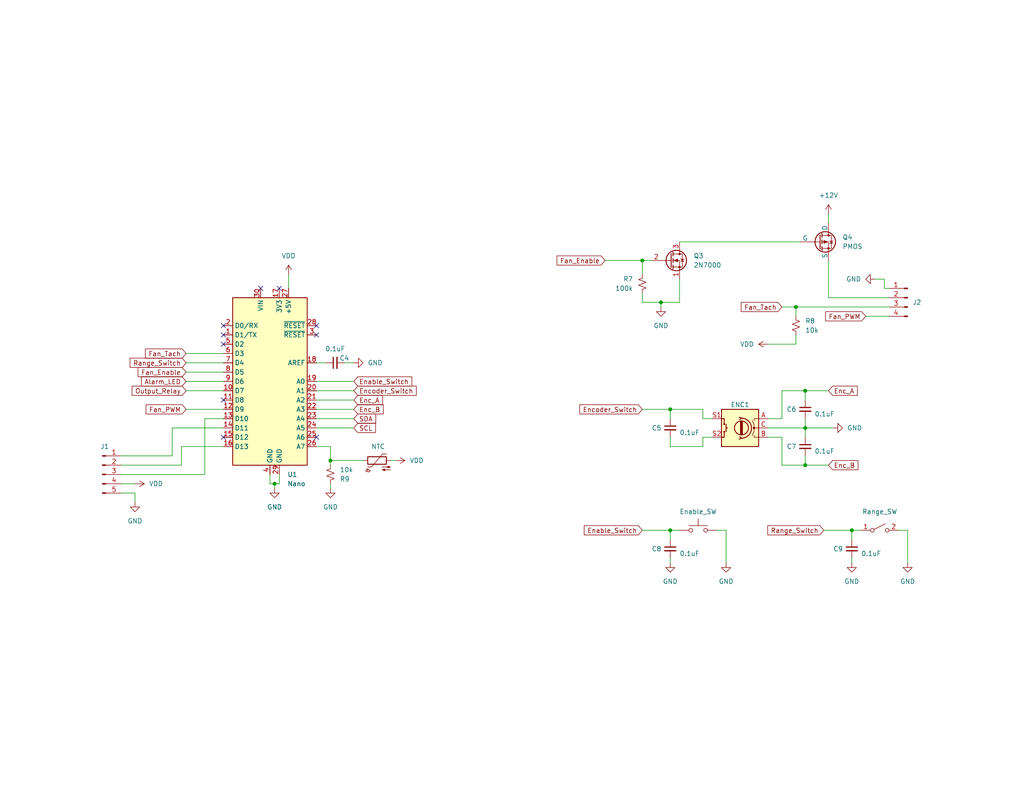
<source format=kicad_sch>
(kicad_sch (version 20230121) (generator eeschema)
  (paper "USLetter")
  (title_block (title "Dummy Load V2") (rev "1"))
  (lib_symbols
    (symbol "Connector:Conn_01x04_Pin" (pin_names (offset 1.016) hide)
      (property "Reference" "J" (at 0 5.08 0))
      (property "Value" "Conn_01x04_Pin" (at 0 -7.62 0))
      (symbol "Conn_01x04_Pin_1_1"
        (polyline (pts (xy 1.27 -5.08) (xy 0.8636 -5.08)) (stroke (width 0.1524)))
        (polyline (pts (xy 1.27 -2.54) (xy 0.8636 -2.54)) (stroke (width 0.1524)))
        (polyline (pts (xy 1.27 0) (xy 0.8636 0)) (stroke (width 0.1524)))
        (polyline (pts (xy 1.27 2.54) (xy 0.8636 2.54)) (stroke (width 0.1524)))
        (rectangle (start 0.8636 -4.953) (end 0 -5.207) (stroke (width 0.1524)) (fill (type outline)))
        (rectangle (start 0.8636 -2.413) (end 0 -2.667) (stroke (width 0.1524)) (fill (type outline)))
        (rectangle (start 0.8636 0.127) (end 0 -0.127) (stroke (width 0.1524)) (fill (type outline)))
        (rectangle (start 0.8636 2.667) (end 0 2.413) (stroke (width 0.1524)) (fill (type outline)))
        (pin passive line (at 5.08 2.54 180) (length 3.81) (name "Pin_1") (number "1"))
        (pin passive line (at 5.08 0 180) (length 3.81) (name "Pin_2") (number "2"))
        (pin passive line (at 5.08 -2.54 180) (length 3.81) (name "Pin_3") (number "3"))
        (pin passive line (at 5.08 -5.08 180) (length 3.81) (name "Pin_4") (number "4"))
      )
    )
    (symbol "Connector:Conn_01x05_Pin" (pin_names (offset 1.016) hide)
      (property "Reference" "J" (at 0 7.62 0))
      (property "Value" "Conn_01x05_Pin" (at 0 -7.62 0))
      (symbol "Conn_01x05_Pin_1_1"
        (polyline (pts (xy 1.27 -5.08) (xy 0.8636 -5.08)) (stroke (width 0.1524)))
        (polyline (pts (xy 1.27 -2.54) (xy 0.8636 -2.54)) (stroke (width 0.1524)))
        (polyline (pts (xy 1.27 0) (xy 0.8636 0)) (stroke (width 0.1524)))
        (polyline (pts (xy 1.27 2.54) (xy 0.8636 2.54)) (stroke (width 0.1524)))
        (polyline (pts (xy 1.27 5.08) (xy 0.8636 5.08)) (stroke (width 0.1524)))
        (rectangle (start 0.8636 -4.953) (end 0 -5.207) (stroke (width 0.1524)) (fill (type outline)))
        (rectangle (start 0.8636 -2.413) (end 0 -2.667) (stroke (width 0.1524)) (fill (type outline)))
        (rectangle (start 0.8636 0.127) (end 0 -0.127) (stroke (width 0.1524)) (fill (type outline)))
        (rectangle (start 0.8636 2.667) (end 0 2.413) (stroke (width 0.1524)) (fill (type outline)))
        (rectangle (start 0.8636 5.207) (end 0 4.953) (stroke (width 0.1524)) (fill (type outline)))
        (pin passive line (at 5.08 5.08 180) (length 3.81) (name "Pin_1") (number "1"))
        (pin passive line (at 5.08 2.54 180) (length 3.81) (name "Pin_2") (number "2"))
        (pin passive line (at 5.08 0 180) (length 3.81) (name "Pin_3") (number "3"))
        (pin passive line (at 5.08 -2.54 180) (length 3.81) (name "Pin_4") (number "4"))
        (pin passive line (at 5.08 -5.08 180) (length 3.81) (name "Pin_5") (number "5"))
      )
    )
    (symbol "Device:C_Small" (pin_numbers hide) (pin_names (offset 0.254) hide)
      (property "Reference" "C" (at 0.254 1.778 0))
      (property "Value" "C_Small" (at 0.254 -2.032 0))
      (symbol "C_Small_0_1"
        (polyline (pts (xy -1.524 -0.508) (xy 1.524 -0.508)) (stroke (width 0.3302)))
        (polyline (pts (xy -1.524 0.508) (xy 1.524 0.508)) (stroke (width 0.3048)))
      )
      (symbol "C_Small_1_1"
        (pin passive line (at 0 2.54 270) (length 2.032) (name "~") (number "1"))
        (pin passive line (at 0 -2.54 90) (length 2.032) (name "~") (number "2"))
      )
    )
    (symbol "Device:R_Small_US" (pin_numbers hide) (pin_names (offset 0.254) hide)
      (property "Reference" "R" (at 0.762 0.508 0))
      (property "Value" "R_Small_US" (at 0.762 -1.016 0))
      (symbol "R_Small_US_1_1"
        (polyline (pts (xy 0 0) (xy 1.016 -0.381) (xy 0 -0.762) (xy -1.016 -1.143) (xy 0 -1.524)))
        (polyline (pts (xy 0 1.524) (xy 1.016 1.143) (xy 0 0.762) (xy -1.016 0.381) (xy 0 0)))
        (pin passive line (at 0 2.54 270) (length 1.016) (name "~") (number "1"))
        (pin passive line (at 0 -2.54 90) (length 1.016) (name "~") (number "2"))
      )
    )
    (symbol "Device:RotaryEncoder_Switch" (pin_names (offset 0.254) hide)
      (property "Reference" "SW" (at 0 6.604 0))
      (property "Value" "RotaryEncoder_Switch" (at 0 -6.604 0))
      (symbol "RotaryEncoder_Switch_0_1"
        (rectangle (start -5.08 5.08) (end 5.08 -5.08) (stroke (width 0.254)) (fill (type background)))
        (circle (center -3.81 0) (radius 0.254) (fill (type outline)))
        (circle (center -0.381 0) (radius 1.905) (stroke (width 0.254)))
        (arc (start -0.381 2.667) (mid -3.0988 -0.0635) (end -0.381 -2.794) (stroke (width 0.254)))
        (polyline (pts (xy -0.635 -1.778) (xy -0.635 1.778)) (stroke (width 0.254)))
        (polyline (pts (xy -0.381 -1.778) (xy -0.381 1.778)) (stroke (width 0.254)))
        (polyline (pts (xy -0.127 1.778) (xy -0.127 -1.778)) (stroke (width 0.254)))
        (polyline (pts (xy 3.81 0) (xy 3.429 0)) (stroke (width 0.254)))
        (polyline (pts (xy 3.81 1.016) (xy 3.81 -1.016)) (stroke (width 0.254)))
        (polyline (pts (xy -5.08 -2.54) (xy -3.81 -2.54) (xy -3.81 -2.032)))
        (polyline (pts (xy -5.08 2.54) (xy -3.81 2.54) (xy -3.81 2.032)))
        (polyline (pts (xy 0.254 -3.048) (xy -0.508 -2.794) (xy 0.127 -2.413)) (stroke (width 0.254)))
        (polyline (pts (xy 0.254 2.921) (xy -0.508 2.667) (xy 0.127 2.286)) (stroke (width 0.254)))
        (polyline (pts (xy 5.08 -2.54) (xy 4.318 -2.54) (xy 4.318 -1.016)) (stroke (width 0.254)))
        (polyline (pts (xy 5.08 2.54) (xy 4.318 2.54) (xy 4.318 1.016)) (stroke (width 0.254)))
        (polyline (pts (xy -5.08 0) (xy -3.81 0) (xy -3.81 -1.016) (xy -3.302 -2.032)))
        (polyline (pts (xy -4.318 0) (xy -3.81 0) (xy -3.81 1.016) (xy -3.302 2.032)))
        (circle (center 4.318 -1.016) (radius 0.127) (stroke (width 0.254)))
        (circle (center 4.318 1.016) (radius 0.127) (stroke (width 0.254)))
      )
      (symbol "RotaryEncoder_Switch_1_1"
        (pin passive line (at -7.62 2.54 0) (length 2.54) (name "A") (number "A"))
        (pin passive line (at -7.62 -2.54 0) (length 2.54) (name "B") (number "B"))
        (pin passive line (at -7.62 0 0) (length 2.54) (name "C") (number "C"))
        (pin passive line (at 7.62 2.54 180) (length 2.54) (name "S1") (number "S1"))
        (pin passive line (at 7.62 -2.54 180) (length 2.54) (name "S2") (number "S2"))
      )
    )
    (symbol "Device:Thermistor_NTC" (pin_numbers hide) (pin_names (offset 0))
      (property "Reference" "TH" (at -4.445 0 90))
      (property "Value" "Thermistor_NTC" (at 3.175 0 90))
      (symbol "Thermistor_NTC_0_1"
        (arc (start -3.048 2.159) (mid -3.0495 2.3143) (end -3.175 2.413))
        (arc (start -3.048 2.159) (mid -2.9736 1.9794) (end -2.794 1.905))
        (arc (start -3.048 2.794) (mid -2.9736 2.6144) (end -2.794 2.54))
        (arc (start -2.794 1.905) (mid -2.6144 1.9794) (end -2.54 2.159))
        (arc (start -2.794 2.54) (mid -2.4393 2.5587) (end -2.159 2.794))
        (arc (start -2.794 3.048) (mid -2.9736 2.9736) (end -3.048 2.794))
        (arc (start -2.54 2.794) (mid -2.6144 2.9736) (end -2.794 3.048))
        (rectangle (start -1.016 2.54) (end 1.016 -2.54) (stroke (width 0.254)))
        (polyline (pts (xy -2.54 2.159) (xy -2.54 2.794)))
        (polyline (pts (xy -1.778 2.54) (xy -1.778 1.524) (xy 1.778 -1.524) (xy 1.778 -2.54)))
        (polyline (pts (xy -2.54 -3.683) (xy -2.54 -1.397) (xy -2.794 -2.159) (xy -2.286 -2.159) (xy -2.54 -1.397) (xy -2.54 -1.651)) (fill (type outline)))
        (polyline (pts (xy -1.778 -1.397) (xy -1.778 -3.683) (xy -2.032 -2.921) (xy -1.524 -2.921) (xy -1.778 -3.683) (xy -1.778 -3.429)) (fill (type outline)))
      )
      (symbol "Thermistor_NTC_1_1"
        (pin passive line (at 0 3.81 270) (length 1.27) (name "~") (number "1"))
        (pin passive line (at 0 -3.81 90) (length 1.27) (name "~") (number "2"))
      )
    )
    (symbol "MCU_Module:Arduino_Nano_v2.x"
      (property "Reference" "A" (at -10.16 23.495 0))
      (property "Value" "Arduino_Nano_v2.x" (at 5.08 -24.13 0))
      (symbol "Arduino_Nano_v2.x_0_1"
        (rectangle (start -10.16 22.86) (end 10.16 -22.86) (stroke (width 0.254)) (fill (type background)))
      )
      (symbol "Arduino_Nano_v2.x_1_1"
        (pin bidirectional line (at -12.7 12.7 0) (length 2.54) (name "D1/TX") (number "1"))
        (pin bidirectional line (at -12.7 -2.54 0) (length 2.54) (name "D7") (number "10"))
        (pin bidirectional line (at -12.7 -5.08 0) (length 2.54) (name "D8") (number "11"))
        (pin bidirectional line (at -12.7 -7.62 0) (length 2.54) (name "D9") (number "12"))
        (pin bidirectional line (at -12.7 -10.16 0) (length 2.54) (name "D10") (number "13"))
        (pin bidirectional line (at -12.7 -12.7 0) (length 2.54) (name "D11") (number "14"))
        (pin bidirectional line (at -12.7 -15.24 0) (length 2.54) (name "D12") (number "15"))
        (pin bidirectional line (at -12.7 -17.78 0) (length 2.54) (name "D13") (number "16"))
        (pin power_out line (at 2.54 25.4 270) (length 2.54) (name "3V3") (number "17"))
        (pin input line (at 12.7 5.08 180) (length 2.54) (name "AREF") (number "18"))
        (pin bidirectional line (at 12.7 0 180) (length 2.54) (name "A0") (number "19"))
        (pin bidirectional line (at -12.7 15.24 0) (length 2.54) (name "D0/RX") (number "2"))
        (pin bidirectional line (at 12.7 -2.54 180) (length 2.54) (name "A1") (number "20"))
        (pin bidirectional line (at 12.7 -5.08 180) (length 2.54) (name "A2") (number "21"))
        (pin bidirectional line (at 12.7 -7.62 180) (length 2.54) (name "A3") (number "22"))
        (pin bidirectional line (at 12.7 -10.16 180) (length 2.54) (name "A4") (number "23"))
        (pin bidirectional line (at 12.7 -12.7 180) (length 2.54) (name "A5") (number "24"))
        (pin bidirectional line (at 12.7 -15.24 180) (length 2.54) (name "A6") (number "25"))
        (pin bidirectional line (at 12.7 -17.78 180) (length 2.54) (name "A7") (number "26"))
        (pin power_out line (at 5.08 25.4 270) (length 2.54) (name "+5V") (number "27"))
        (pin input line (at 12.7 15.24 180) (length 2.54) (name "~{RESET}") (number "28"))
        (pin power_in line (at 2.54 -25.4 90) (length 2.54) (name "GND") (number "29"))
        (pin input line (at 12.7 12.7 180) (length 2.54) (name "~{RESET}") (number "3"))
        (pin power_in line (at -2.54 25.4 270) (length 2.54) (name "VIN") (number "30"))
        (pin power_in line (at 0 -25.4 90) (length 2.54) (name "GND") (number "4"))
        (pin bidirectional line (at -12.7 10.16 0) (length 2.54) (name "D2") (number "5"))
        (pin bidirectional line (at -12.7 7.62 0) (length 2.54) (name "D3") (number "6"))
        (pin bidirectional line (at -12.7 5.08 0) (length 2.54) (name "D4") (number "7"))
        (pin bidirectional line (at -12.7 2.54 0) (length 2.54) (name "D5") (number "8"))
        (pin bidirectional line (at -12.7 0 0) (length 2.54) (name "D6") (number "9"))
      )
    )
    (symbol "Simulation_SPICE:PMOS" (pin_numbers hide) (pin_names (offset 0))
      (property "Reference" "Q" (at 5.08 1.27 0))
      (property "Value" "PMOS" (at 5.08 -1.27 0))
      (symbol "PMOS_0_1"
        (polyline (pts (xy 0.254 0) (xy -2.54 0)))
        (polyline (pts (xy 0.254 1.905) (xy 0.254 -1.905)) (stroke (width 0.254)))
        (polyline (pts (xy 0.762 -1.27) (xy 0.762 -2.286)) (stroke (width 0.254)))
        (polyline (pts (xy 0.762 0.508) (xy 0.762 -0.508)) (stroke (width 0.254)))
        (polyline (pts (xy 0.762 2.286) (xy 0.762 1.27)) (stroke (width 0.254)))
        (polyline (pts (xy 2.54 2.54) (xy 2.54 1.778)))
        (polyline (pts (xy 2.54 -2.54) (xy 2.54 0) (xy 0.762 0)))
        (polyline (pts (xy 0.762 1.778) (xy 3.302 1.778) (xy 3.302 -1.778) (xy 0.762 -1.778)))
        (polyline (pts (xy 2.286 0) (xy 1.27 0.381) (xy 1.27 -0.381) (xy 2.286 0)) (fill (type outline)))
        (polyline (pts (xy 2.794 -0.508) (xy 2.921 -0.381) (xy 3.683 -0.381) (xy 3.81 -0.254)))
        (polyline (pts (xy 3.302 -0.381) (xy 2.921 0.254) (xy 3.683 0.254) (xy 3.302 -0.381)))
        (circle (center 1.651 0) (radius 2.794) (stroke (width 0.254)))
        (circle (center 2.54 -1.778) (radius 0.254) (fill (type outline)))
        (circle (center 2.54 1.778) (radius 0.254) (fill (type outline)))
      )
      (symbol "PMOS_1_1"
        (pin passive line (at 2.54 5.08 270) (length 2.54) (name "D") (number "1"))
        (pin input line (at -5.08 0 0) (length 2.54) (name "G") (number "2"))
        (pin passive line (at 2.54 -5.08 90) (length 2.54) (name "S") (number "3"))
      )
    )
    (symbol "Switch:SW_Push" (pin_numbers hide) (pin_names (offset 1.016) hide)
      (property "Reference" "SW" (at 1.27 2.54 0))
      (property "Value" "SW_Push" (at 0 -1.524 0))
      (symbol "SW_Push_0_1"
        (circle (center -2.032 0) (radius 0.508))
        (polyline (pts (xy 0 1.27) (xy 0 3.048)))
        (polyline (pts (xy 2.54 1.27) (xy -2.54 1.27)))
        (circle (center 2.032 0) (radius 0.508))
        (pin passive line (at -5.08 0 0) (length 2.54) (name "1") (number "1"))
        (pin passive line (at 5.08 0 180) (length 2.54) (name "2") (number "2"))
      )
    )
    (symbol "Switch:SW_SPST" (pin_names (offset 0) hide)
      (property "Reference" "SW" (at 0 3.175 0))
      (property "Value" "SW_SPST" (at 0 -2.54 0))
      (symbol "SW_SPST_0_0"
        (circle (center -2.032 0) (radius 0.508))
        (polyline (pts (xy -1.524 0.254) (xy 1.524 1.778)))
        (circle (center 2.032 0) (radius 0.508))
      )
      (symbol "SW_SPST_1_1"
        (pin passive line (at -5.08 0 0) (length 2.54) (name "A") (number "1"))
        (pin passive line (at 5.08 0 180) (length 2.54) (name "B") (number "2"))
      )
    )
    (symbol "Transistor_FET:2N7000" (pin_names hide)
      (property "Reference" "Q" (at 5.08 1.905 0))
      (property "Value" "2N7000" (at 5.08 0 0))
      (symbol "2N7000_0_1"
        (polyline (pts (xy 0.254 0) (xy -2.54 0)))
        (polyline (pts (xy 0.254 1.905) (xy 0.254 -1.905)) (stroke (width 0.254)))
        (polyline (pts (xy 0.762 -1.27) (xy 0.762 -2.286)) (stroke (width 0.254)))
        (polyline (pts (xy 0.762 0.508) (xy 0.762 -0.508)) (stroke (width 0.254)))
        (polyline (pts (xy 0.762 2.286) (xy 0.762 1.27)) (stroke (width 0.254)))
        (polyline (pts (xy 2.54 2.54) (xy 2.54 1.778)))
        (polyline (pts (xy 2.54 -2.54) (xy 2.54 0) (xy 0.762 0)))
        (polyline (pts (xy 0.762 -1.778) (xy 3.302 -1.778) (xy 3.302 1.778) (xy 0.762 1.778)))
        (polyline (pts (xy 1.016 0) (xy 2.032 0.381) (xy 2.032 -0.381) (xy 1.016 0)) (fill (type outline)))
        (polyline (pts (xy 2.794 0.508) (xy 2.921 0.381) (xy 3.683 0.381) (xy 3.81 0.254)))
        (polyline (pts (xy 3.302 0.381) (xy 2.921 -0.254) (xy 3.683 -0.254) (xy 3.302 0.381)))
        (circle (center 1.651 0) (radius 2.794) (stroke (width 0.254)))
        (circle (center 2.54 -1.778) (radius 0.254) (fill (type outline)))
        (circle (center 2.54 1.778) (radius 0.254) (fill (type outline)))
      )
      (symbol "2N7000_1_1"
        (pin passive line (at 2.54 -5.08 90) (length 2.54) (name "S") (number "1"))
        (pin input line (at -5.08 0 0) (length 2.54) (name "G") (number "2"))
        (pin passive line (at 2.54 5.08 270) (length 2.54) (name "D") (number "3"))
      )
    )
    (symbol "power:+12V" (power) (pin_names (offset 0))
      (property "Value" "+12V" (at 0 3.556 0))
      (symbol "+12V_0_1"
        (polyline (pts (xy -0.762 1.27) (xy 0 2.54)))
        (polyline (pts (xy 0 0) (xy 0 2.54)))
        (polyline (pts (xy 0 2.54) (xy 0.762 1.27)))
      )
      (symbol "+12V_1_1"
        (pin power_in line (at 0 0 90) (length 0) hide (name "+12V") (number "1"))
      )
    )
    (symbol "power:GND" (power) (pin_names (offset 0))
      (property "Value" "GND" (at 0 -3.81 0))
      (symbol "GND_0_1"
        (polyline (pts (xy 0 0) (xy 0 -1.27) (xy 1.27 -1.27) (xy 0 -2.54) (xy -1.27 -1.27) (xy 0 -1.27)))
      )
      (symbol "GND_1_1"
        (pin power_in line (at 0 0 270) (length 0) hide (name "GND") (number "1"))
      )
    )
    (symbol "power:VDD" (power) (pin_names (offset 0))
      (property "Value" "VDD" (at 0 3.81 0))
      (symbol "VDD_0_1"
        (polyline (pts (xy -0.762 1.27) (xy 0 2.54)))
        (polyline (pts (xy 0 0) (xy 0 2.54)))
        (polyline (pts (xy 0 2.54) (xy 0.762 1.27)))
      )
      (symbol "VDD_1_1"
        (pin power_in line (at 0 0 90) (length 0) hide (name "VDD") (number "1"))
      )
    )
  )
  (junction (at 217.17 83.82))
  (junction (at 74.93 132.08))
  (junction (at 219.71 116.84))
  (junction (at 180.34 82.55))
  (junction (at 182.88 111.76))
  (junction (at 182.88 144.78))
  (junction (at 219.71 106.68))
  (junction (at 90.17 125.73))
  (junction (at 232.41 144.78))
  (junction (at 219.71 127))
  (junction (at 175.26 71.12))
  (no_connect (at 86.36 91.44))
  (no_connect (at 71.12 78.74))
  (no_connect (at 86.36 88.9))
  (no_connect (at 60.96 119.38))
  (no_connect (at 60.96 91.44))
  (no_connect (at 60.96 93.98))
  (no_connect (at 60.96 88.9))
  (no_connect (at 60.96 109.22))
  (no_connect (at 76.2 78.74))
  (no_connect (at 86.36 119.38))
  (wire (pts (xy 219.71 127) (xy 226.06 127)))
  (wire (pts (xy 219.71 127) (xy 219.71 124.46)))
  (wire (pts (xy 106.68 125.73) (xy 107.95 125.73)))
  (wire (pts (xy 93.98 99.06) (xy 96.52 99.06)))
  (wire (pts (xy 50.8 111.76) (xy 60.96 111.76)))
  (wire (pts (xy 180.34 82.55) (xy 185.42 82.55)))
  (wire (pts (xy 175.26 71.12) (xy 175.26 74.93)))
  (wire (pts (xy 46.99 116.84) (xy 60.96 116.84)))
  (wire (pts (xy 182.88 111.76) (xy 182.88 114.3)))
  (wire (pts (xy 36.83 134.62) (xy 36.83 137.16)))
  (wire (pts (xy 175.26 144.78) (xy 182.88 144.78)))
  (wire (pts (xy 86.36 114.3) (xy 96.52 114.3)))
  (wire (pts (xy 86.36 111.76) (xy 96.52 111.76)))
  (wire (pts (xy 46.99 124.46) (xy 46.99 116.84)))
  (wire (pts (xy 209.55 114.3) (xy 213.36 114.3)))
  (wire (pts (xy 182.88 152.4) (xy 182.88 153.67)))
  (wire (pts (xy 232.41 144.78) (xy 232.41 147.32)))
  (wire (pts (xy 86.36 106.68) (xy 96.52 106.68)))
  (wire (pts (xy 50.8 104.14) (xy 60.96 104.14)))
  (wire (pts (xy 74.93 132.08) (xy 74.93 133.35)))
  (wire (pts (xy 213.36 83.82) (xy 217.17 83.82)))
  (wire (pts (xy 191.77 111.76) (xy 191.77 114.3)))
  (wire (pts (xy 74.93 132.08) (xy 76.2 132.08)))
  (wire (pts (xy 50.8 101.6) (xy 60.96 101.6)))
  (wire (pts (xy 213.36 119.38) (xy 213.36 127)))
  (wire (pts (xy 90.17 125.73) (xy 90.17 127)))
  (wire (pts (xy 238.76 76.2) (xy 241.3 76.2)))
  (wire (pts (xy 185.42 76.2) (xy 185.42 82.55)))
  (wire (pts (xy 175.26 82.55) (xy 180.34 82.55)))
  (wire (pts (xy 86.36 109.22) (xy 96.52 109.22)))
  (wire (pts (xy 247.65 144.78) (xy 247.65 153.67)))
  (wire (pts (xy 236.22 86.36) (xy 242.57 86.36)))
  (wire (pts (xy 50.8 99.06) (xy 60.96 99.06)))
  (wire (pts (xy 50.8 96.52) (xy 60.96 96.52)))
  (wire (pts (xy 226.06 58.42) (xy 226.06 60.96)))
  (wire (pts (xy 226.06 81.28) (xy 242.57 81.28)))
  (wire (pts (xy 90.17 125.73) (xy 99.06 125.73)))
  (wire (pts (xy 182.88 144.78) (xy 182.88 147.32)))
  (wire (pts (xy 219.71 116.84) (xy 219.71 119.38)))
  (wire (pts (xy 73.66 129.54) (xy 73.66 132.08)))
  (wire (pts (xy 90.17 121.92) (xy 90.17 125.73)))
  (wire (pts (xy 78.74 74.93) (xy 78.74 78.74)))
  (wire (pts (xy 226.06 71.12) (xy 226.06 81.28)))
  (wire (pts (xy 76.2 132.08) (xy 76.2 129.54)))
  (wire (pts (xy 209.55 116.84) (xy 219.71 116.84)))
  (wire (pts (xy 49.53 127) (xy 33.02 127)))
  (wire (pts (xy 198.12 144.78) (xy 198.12 153.67)))
  (wire (pts (xy 86.36 116.84) (xy 96.52 116.84)))
  (wire (pts (xy 55.88 114.3) (xy 55.88 129.54)))
  (wire (pts (xy 217.17 83.82) (xy 217.17 86.36)))
  (wire (pts (xy 241.3 78.74) (xy 242.57 78.74)))
  (wire (pts (xy 195.58 144.78) (xy 198.12 144.78)))
  (wire (pts (xy 180.34 82.55) (xy 180.34 83.82)))
  (wire (pts (xy 219.71 114.3) (xy 219.71 116.84)))
  (wire (pts (xy 182.88 144.78) (xy 185.42 144.78)))
  (wire (pts (xy 219.71 106.68) (xy 219.71 109.22)))
  (wire (pts (xy 241.3 76.2) (xy 241.3 78.74)))
  (wire (pts (xy 191.77 119.38) (xy 191.77 121.92)))
  (wire (pts (xy 191.77 114.3) (xy 194.31 114.3)))
  (wire (pts (xy 194.31 119.38) (xy 191.77 119.38)))
  (wire (pts (xy 213.36 127) (xy 219.71 127)))
  (wire (pts (xy 50.8 106.68) (xy 60.96 106.68)))
  (wire (pts (xy 175.26 111.76) (xy 182.88 111.76)))
  (wire (pts (xy 60.96 114.3) (xy 55.88 114.3)))
  (wire (pts (xy 209.55 119.38) (xy 213.36 119.38)))
  (wire (pts (xy 219.71 106.68) (xy 226.06 106.68)))
  (wire (pts (xy 182.88 121.92) (xy 182.88 119.38)))
  (wire (pts (xy 33.02 134.62) (xy 36.83 134.62)))
  (wire (pts (xy 86.36 99.06) (xy 88.9 99.06)))
  (wire (pts (xy 224.79 144.78) (xy 232.41 144.78)))
  (wire (pts (xy 217.17 83.82) (xy 242.57 83.82)))
  (wire (pts (xy 165.1 71.12) (xy 175.26 71.12)))
  (wire (pts (xy 33.02 129.54) (xy 55.88 129.54)))
  (wire (pts (xy 182.88 111.76) (xy 191.77 111.76)))
  (wire (pts (xy 86.36 104.14) (xy 96.52 104.14)))
  (wire (pts (xy 60.96 121.92) (xy 49.53 121.92)))
  (wire (pts (xy 232.41 144.78) (xy 234.95 144.78)))
  (wire (pts (xy 177.8 71.12) (xy 175.26 71.12)))
  (wire (pts (xy 33.02 132.08) (xy 36.83 132.08)))
  (wire (pts (xy 90.17 132.08) (xy 90.17 133.35)))
  (wire (pts (xy 232.41 152.4) (xy 232.41 153.67)))
  (wire (pts (xy 175.26 80.01) (xy 175.26 82.55)))
  (wire (pts (xy 209.55 93.98) (xy 217.17 93.98)))
  (wire (pts (xy 33.02 124.46) (xy 46.99 124.46)))
  (wire (pts (xy 86.36 121.92) (xy 90.17 121.92)))
  (wire (pts (xy 49.53 121.92) (xy 49.53 127)))
  (wire (pts (xy 73.66 132.08) (xy 74.93 132.08)))
  (wire (pts (xy 245.11 144.78) (xy 247.65 144.78)))
  (wire (pts (xy 213.36 106.68) (xy 213.36 114.3)))
  (wire (pts (xy 213.36 106.68) (xy 219.71 106.68)))
  (wire (pts (xy 219.71 116.84) (xy 227.33 116.84)))
  (wire (pts (xy 217.17 91.44) (xy 217.17 93.98)))
  (wire (pts (xy 191.77 121.92) (xy 182.88 121.92)))
  (wire (pts (xy 185.42 66.04) (xy 218.44 66.04)))
  (global_label "Enable_Switch" (shape input) (at 96.52 104.14 0) (property "Intersheetrefs" "${INTERSHEET_REFS}" (effects hide)))
  (global_label "Fan_Enable" (shape input) (at 165.1 71.12 180) (property "Intersheetrefs" "${INTERSHEET_REFS}" (effects hide)))
  (global_label "SDA" (shape input) (at 96.52 114.3 0) (property "Intersheetrefs" "${INTERSHEET_REFS}" (effects hide)))
  (global_label "Fan_PWM" (shape input) (at 236.22 86.36 180) (property "Intersheetrefs" "${INTERSHEET_REFS}" (effects hide)))
  (global_label "Alarm_LED" (shape input) (at 50.8 104.14 180) (property "Intersheetrefs" "${INTERSHEET_REFS}" (effects hide)))
  (global_label "Fan_Tach" (shape input) (at 50.8 96.52 180) (property "Intersheetrefs" "${INTERSHEET_REFS}" (effects hide)))
  (global_label "Output_Relay" (shape input) (at 50.8 106.68 180) (property "Intersheetrefs" "${INTERSHEET_REFS}" (effects hide)))
  (global_label "Range_Switch" (shape input) (at 50.8 99.06 180) (property "Intersheetrefs" "${INTERSHEET_REFS}" (effects hide)))
  (global_label "Enc_B" (shape input) (at 96.52 111.76 0) (property "Intersheetrefs" "${INTERSHEET_REFS}" (effects hide)))
  (global_label "Encoder_Switch" (shape input) (at 175.26 111.76 180) (property "Intersheetrefs" "${INTERSHEET_REFS}" (effects hide)))
  (global_label "Fan_PWM" (shape input) (at 50.8 111.76 180) (property "Intersheetrefs" "${INTERSHEET_REFS}" (effects hide)))
  (global_label "Fan_Enable" (shape input) (at 50.8 101.6 180) (property "Intersheetrefs" "${INTERSHEET_REFS}" (effects hide)))
  (global_label "Fan_Tach" (shape input) (at 213.36 83.82 180) (property "Intersheetrefs" "${INTERSHEET_REFS}" (effects hide)))
  (global_label "Enc_A" (shape input) (at 226.06 106.68 0) (property "Intersheetrefs" "${INTERSHEET_REFS}" (effects hide)))
  (global_label "Enable_Switch" (shape input) (at 175.26 144.78 180) (property "Intersheetrefs" "${INTERSHEET_REFS}" (effects hide)))
  (global_label "Range_Switch" (shape input) (at 224.79 144.78 180) (property "Intersheetrefs" "${INTERSHEET_REFS}" (effects hide)))
  (global_label "Enc_A" (shape input) (at 96.52 109.22 0) (property "Intersheetrefs" "${INTERSHEET_REFS}" (effects hide)))
  (global_label "Encoder_Switch" (shape input) (at 96.52 106.68 0) (property "Intersheetrefs" "${INTERSHEET_REFS}" (effects hide)))
  (global_label "SCL" (shape input) (at 96.52 116.84 0) (property "Intersheetrefs" "${INTERSHEET_REFS}" (effects hide)))
  (global_label "Enc_B" (shape input) (at 226.06 127 0) (property "Intersheetrefs" "${INTERSHEET_REFS}" (effects hide)))
  (symbol (lib_id "power:GND") (at 247.65 153.67 0) (unit 1)
    (property "Reference" "#PWR027" (effects hide))
    (property "Value" "GND" (at 247.65 158.75 0))
  )
  (symbol (lib_id "power:VDD") (at 107.95 125.73 270) (unit 1)
    (property "Reference" "#PWR033" (effects hide))
    (property "Value" "VDD" (at 111.76 125.73 90) (effects (justify left)))
  )
  (symbol (lib_id "power:GND") (at 198.12 153.67 0) (unit 1)
    (property "Reference" "#PWR025" (effects hide))
    (property "Value" "GND" (at 198.12 158.75 0))
  )
  (symbol (lib_id "power:GND") (at 180.34 83.82 0) (unit 1)
    (property "Reference" "#PWR028" (effects hide))
    (property "Value" "GND" (at 180.34 88.9 0))
  )
  (symbol (lib_id "Device:R_Small_US") (at 175.26 77.47 0) (mirror y) (unit 1)
    (property "Reference" "R7" (at 172.72 76.2 0) (effects (justify left)))
    (property "Value" "100k" (at 172.72 78.74 0) (effects (justify left)))
  )
  (symbol (lib_id "Switch:SW_Push") (at 190.5 144.78 0) (unit 1)
    (property "Reference" "SW1" (effects hide))
    (property "Value" "Enable_SW" (at 190.5 139.7 0))
  )
  (symbol (lib_id "power:GND") (at 74.93 133.35 0) (unit 1)
    (property "Reference" "#PWR018" (effects hide))
    (property "Value" "GND" (at 74.93 138.43 0))
  )
  (symbol (lib_id "Device:C_Small") (at 232.41 149.86 0) (unit 1)
    (property "Reference" "C9" (at 227.33 149.86 0) (effects (justify left)))
    (property "Value" "0.1uF" (at 234.95 151.1363 0) (effects (justify left)))
  )
  (symbol (lib_id "Device:Thermistor_NTC") (at 102.87 125.73 90) (unit 1)
    (property "Reference" "NTC" (at 103.1875 121.92 90))
    (property "Value" "Thermistor_NTC" (effects hide))
  )
  (symbol (lib_id "Device:R_Small_US") (at 217.17 88.9 0) (unit 1)
    (property "Reference" "R8" (at 219.71 87.63 0) (effects (justify left)))
    (property "Value" "10k" (at 219.71 90.17 0) (effects (justify left)))
  )
  (symbol (lib_id "power:GND") (at 232.41 153.67 0) (unit 1)
    (property "Reference" "#PWR026" (effects hide))
    (property "Value" "GND" (at 232.41 158.75 0))
  )
  (symbol (lib_id "power:VDD") (at 36.83 132.08 270) (unit 1)
    (property "Reference" "#PWR022" (effects hide))
    (property "Value" "VDD" (at 40.64 132.08 90) (effects (justify left)))
  )
  (symbol (lib_id "Device:C_Small") (at 182.88 149.86 0) (unit 1)
    (property "Reference" "C8" (at 177.8 149.86 0) (effects (justify left)))
    (property "Value" "0.1uF" (at 185.42 151.1363 0) (effects (justify left)))
  )
  (symbol (lib_id "Transistor_FET:2N7000") (at 182.88 71.12 0) (unit 1)
    (property "Reference" "Q3" (at 189.23 69.85 0) (effects (justify left)))
    (property "Value" "2N7000" (at 189.23 72.39 0) (effects (justify left)))
    (property "Footprint" "Package_TO_SOT_THT:TO-92_Inline" (effects hide))
    (property "Datasheet" "https://www.vishay.com/docs/70226/70226.pdf" (effects hide))
  )
  (symbol (lib_id "power:GND") (at 227.33 116.84 90) (unit 1)
    (property "Reference" "#PWR023" (effects hide))
    (property "Value" "GND" (at 231.14 116.84 90) (effects (justify right)))
  )
  (symbol (lib_id "power:+12V") (at 226.06 58.42 0) (unit 1)
    (property "Reference" "#PWR029" (effects hide))
    (property "Value" "+12V" (at 226.06 53.34 0))
  )
  (symbol (lib_id "Device:C_Small") (at 219.71 111.76 0) (unit 1)
    (property "Reference" "C6" (at 214.63 111.76 0) (effects (justify left)))
    (property "Value" "0.1uF" (at 222.25 113.0363 0) (effects (justify left)))
  )
  (symbol (lib_id "Switch:SW_SPST") (at 240.03 144.78 0) (unit 1)
    (property "Reference" "SW3" (effects hide))
    (property "Value" "Range_SW" (at 240.03 139.7 0))
  )
  (symbol (lib_id "power:GND") (at 96.52 99.06 90) (unit 1)
    (property "Reference" "#PWR020" (effects hide))
    (property "Value" "GND" (at 100.33 99.06 90) (effects (justify right)))
  )
  (symbol (lib_id "power:GND") (at 90.17 133.35 0) (unit 1)
    (property "Reference" "#PWR032" (effects hide))
    (property "Value" "GND" (at 90.17 138.43 0))
  )
  (symbol (lib_id "Device:RotaryEncoder_Switch") (at 201.93 116.84 0) (mirror y) (unit 1)
    (property "Reference" "ENC1" (at 201.93 110.49 0))
    (property "Value" "Encoder" (effects hide))
  )
  (symbol (lib_id "Connector:Conn_01x04_Pin") (at 247.65 81.28 0) (mirror y) (unit 1)
    (property "Reference" "J2" (at 250.19 82.55 0))
    (property "Value" "Fan" (effects hide))
  )
  (symbol (lib_id "Simulation_SPICE:PMOS") (at 223.52 66.04 0) (unit 1)
    (property "Reference" "Q4" (at 229.87 64.77 0) (effects (justify left)))
    (property "Value" "PMOS" (at 229.87 67.31 0) (effects (justify left)))
    (property "Footprint" "Package_TO_SOT_THT:TO-92" (effects hide))
    (property "Datasheet" "https://ngspice.sourceforge.io/docs/ngspice-manual.pdf" (effects hide))
    (property "Sim.Device" "PMOS" (effects hide))
    (property "Sim.Type" "VDMOS" (effects hide))
    (property "Sim.Pins" "1=D 2=G 3=S" (effects hide))
  )
  (symbol (lib_id "power:GND") (at 36.83 137.16 0) (unit 1)
    (property "Reference" "#PWR021" (effects hide))
    (property "Value" "GND" (at 36.83 142.24 0))
  )
  (symbol (lib_id "Connector:Conn_01x05_Pin") (at 27.94 129.54 0) (unit 1)
    (property "Reference" "J1" (at 28.575 121.92 0))
    (property "Value" "Conn_01x05_Pin" (effects hide))
  )
  (symbol (lib_id "Device:C_Small") (at 182.88 116.84 0) (unit 1)
    (property "Reference" "C5" (at 177.8 116.84 0) (effects (justify left)))
    (property "Value" "0.1uF" (at 185.42 118.1163 0) (effects (justify left)))
  )
  (symbol (lib_id "Device:C_Small") (at 219.71 121.92 0) (unit 1)
    (property "Reference" "C7" (at 214.63 121.92 0) (effects (justify left)))
    (property "Value" "0.1uF" (at 222.25 123.1963 0) (effects (justify left)))
  )
  (symbol (lib_id "power:GND") (at 238.76 76.2 270) (unit 1)
    (property "Reference" "#PWR030" (effects hide))
    (property "Value" "GND" (at 234.95 76.2 90) (effects (justify right)))
  )
  (symbol (lib_id "Device:R_Small_US") (at 90.17 129.54 0) (mirror x) (unit 1)
    (property "Reference" "R9" (at 92.71 130.81 0) (effects (justify left)))
    (property "Value" "10k" (at 92.71 128.27 0) (effects (justify left)))
  )
  (symbol (lib_id "power:GND") (at 182.88 153.67 0) (unit 1)
    (property "Reference" "#PWR024" (effects hide))
    (property "Value" "GND" (at 182.88 158.75 0))
  )
  (symbol (lib_id "power:VDD") (at 209.55 93.98 90) (unit 1)
    (property "Reference" "#PWR031" (effects hide))
    (property "Value" "VDD" (at 205.74 93.98 90) (effects (justify left)))
  )
  (symbol (lib_id "Device:C_Small") (at 91.44 99.06 90) (unit 1)
    (property "Reference" "C4" (at 93.98 97.79 90))
    (property "Value" "0.1uF" (at 91.4463 95.25 90))
  )
  (symbol (lib_id "power:VDD") (at 78.74 74.93 0) (unit 1)
    (property "Reference" "#PWR019" (effects hide))
    (property "Value" "VDD" (at 78.74 69.85 0))
  )
  (symbol (lib_id "MCU_Module:Arduino_Nano_v2.x") (at 73.66 104.14 0) (unit 1)
    (property "Reference" "U1" (at 78.3941 129.54 0) (effects (justify left)))
    (property "Value" "Nano" (at 78.3941 132.08 0) (effects (justify left)))
    (property "Footprint" "Module:Arduino_Nano" (effects hide))
    (property "Datasheet" "https://www.arduino.cc/en/uploads/Main/ArduinoNanoManual23.pdf" (effects hide))
  )
)
</source>
